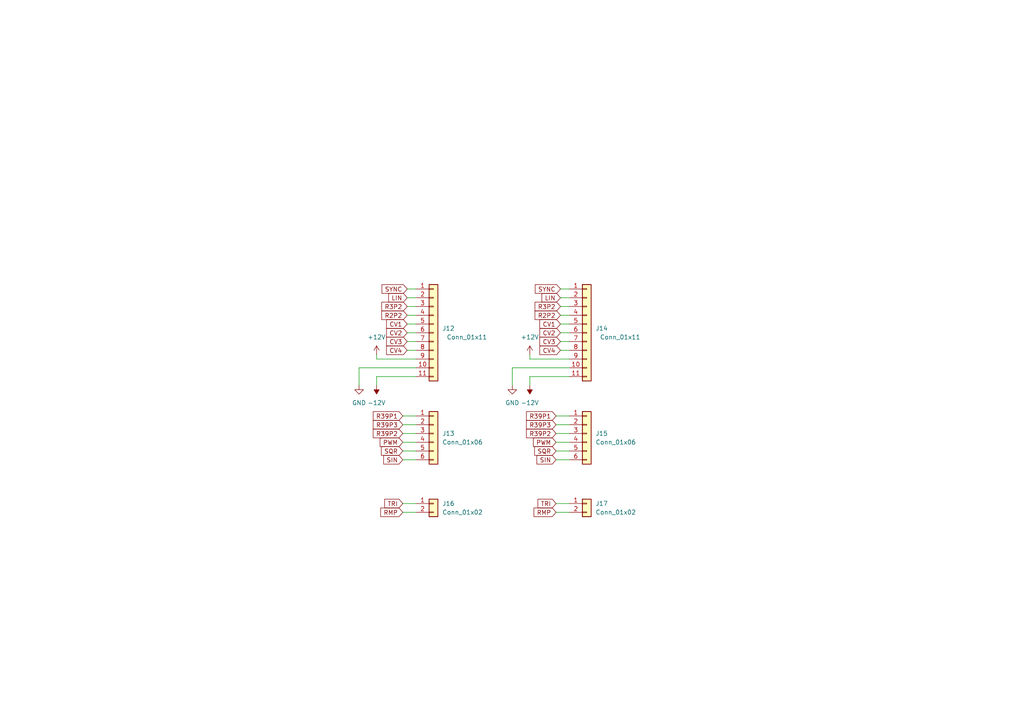
<source format=kicad_sch>
(kicad_sch (version 20230121) (generator eeschema)
  (paper "A4")
  (lib_symbols
    (symbol "Connector_Generic:Conn_01x02" (pin_names (offset 1.016) hide)
      (property "Reference" "J" (at 0 2.54 0))
      (property "Value" "Conn_01x02" (at 0 -5.08 0))
      (symbol "Conn_01x02_1_1"
        (rectangle (start -1.27 -2.413) (end 0 -2.667) (stroke (width 0.1524)))
        (rectangle (start -1.27 0.127) (end 0 -0.127) (stroke (width 0.1524)))
        (rectangle (start -1.27 1.27) (end 1.27 -3.81) (stroke (width 0.254)) (fill (type background)))
        (pin passive line (at -5.08 0 0) (length 3.81) (name "Pin_1") (number "1"))
        (pin passive line (at -5.08 -2.54 0) (length 3.81) (name "Pin_2") (number "2"))
      )
    )
    (symbol "Connector_Generic:Conn_01x06" (pin_names (offset 1.016) hide)
      (property "Reference" "J" (at 0 7.62 0))
      (property "Value" "Conn_01x06" (at 0 -10.16 0))
      (symbol "Conn_01x06_1_1"
        (rectangle (start -1.27 -7.493) (end 0 -7.747) (stroke (width 0.1524)))
        (rectangle (start -1.27 -4.953) (end 0 -5.207) (stroke (width 0.1524)))
        (rectangle (start -1.27 -2.413) (end 0 -2.667) (stroke (width 0.1524)))
        (rectangle (start -1.27 0.127) (end 0 -0.127) (stroke (width 0.1524)))
        (rectangle (start -1.27 2.667) (end 0 2.413) (stroke (width 0.1524)))
        (rectangle (start -1.27 5.207) (end 0 4.953) (stroke (width 0.1524)))
        (rectangle (start -1.27 6.35) (end 1.27 -8.89) (stroke (width 0.254)) (fill (type background)))
        (pin passive line (at -5.08 5.08 0) (length 3.81) (name "Pin_1") (number "1"))
        (pin passive line (at -5.08 2.54 0) (length 3.81) (name "Pin_2") (number "2"))
        (pin passive line (at -5.08 0 0) (length 3.81) (name "Pin_3") (number "3"))
        (pin passive line (at -5.08 -2.54 0) (length 3.81) (name "Pin_4") (number "4"))
        (pin passive line (at -5.08 -5.08 0) (length 3.81) (name "Pin_5") (number "5"))
        (pin passive line (at -5.08 -7.62 0) (length 3.81) (name "Pin_6") (number "6"))
      )
    )
    (symbol "Connector_Generic:Conn_01x11" (pin_names (offset 1.016) hide)
      (property "Reference" "J" (at 0 15.24 0))
      (property "Value" "Conn_01x11" (at 0 -15.24 0))
      (symbol "Conn_01x11_1_1"
        (rectangle (start -1.27 -12.573) (end 0 -12.827) (stroke (width 0.1524)))
        (rectangle (start -1.27 -10.033) (end 0 -10.287) (stroke (width 0.1524)))
        (rectangle (start -1.27 -7.493) (end 0 -7.747) (stroke (width 0.1524)))
        (rectangle (start -1.27 -4.953) (end 0 -5.207) (stroke (width 0.1524)))
        (rectangle (start -1.27 -2.413) (end 0 -2.667) (stroke (width 0.1524)))
        (rectangle (start -1.27 0.127) (end 0 -0.127) (stroke (width 0.1524)))
        (rectangle (start -1.27 2.667) (end 0 2.413) (stroke (width 0.1524)))
        (rectangle (start -1.27 5.207) (end 0 4.953) (stroke (width 0.1524)))
        (rectangle (start -1.27 7.747) (end 0 7.493) (stroke (width 0.1524)))
        (rectangle (start -1.27 10.287) (end 0 10.033) (stroke (width 0.1524)))
        (rectangle (start -1.27 12.827) (end 0 12.573) (stroke (width 0.1524)))
        (rectangle (start -1.27 13.97) (end 1.27 -13.97) (stroke (width 0.254)) (fill (type background)))
        (pin passive line (at -5.08 12.7 0) (length 3.81) (name "Pin_1") (number "1"))
        (pin passive line (at -5.08 -10.16 0) (length 3.81) (name "Pin_10") (number "10"))
        (pin passive line (at -5.08 -12.7 0) (length 3.81) (name "Pin_11") (number "11"))
        (pin passive line (at -5.08 10.16 0) (length 3.81) (name "Pin_2") (number "2"))
        (pin passive line (at -5.08 7.62 0) (length 3.81) (name "Pin_3") (number "3"))
        (pin passive line (at -5.08 5.08 0) (length 3.81) (name "Pin_4") (number "4"))
        (pin passive line (at -5.08 2.54 0) (length 3.81) (name "Pin_5") (number "5"))
        (pin passive line (at -5.08 0 0) (length 3.81) (name "Pin_6") (number "6"))
        (pin passive line (at -5.08 -2.54 0) (length 3.81) (name "Pin_7") (number "7"))
        (pin passive line (at -5.08 -5.08 0) (length 3.81) (name "Pin_8") (number "8"))
        (pin passive line (at -5.08 -7.62 0) (length 3.81) (name "Pin_9") (number "9"))
      )
    )
    (symbol "power:+12V" (power) (pin_names (offset 0))
      (property "Value" "+12V" (at 0 3.556 0))
      (symbol "+12V_0_1"
        (polyline (pts (xy -0.762 1.27) (xy 0 2.54)))
        (polyline (pts (xy 0 0) (xy 0 2.54)))
        (polyline (pts (xy 0 2.54) (xy 0.762 1.27)))
      )
      (symbol "+12V_1_1"
        (pin power_in line (at 0 0 90) (length 0) hide (name "+12V") (number "1"))
      )
    )
    (symbol "power:-12V" (power) (pin_names (offset 0))
      (property "Value" "-12V" (at 0 3.81 0))
      (symbol "-12V_0_0"
        (pin power_in line (at 0 0 90) (length 0) hide (name "-12V") (number "1"))
      )
      (symbol "-12V_0_1"
        (polyline (pts (xy 0 0) (xy 0 1.27) (xy 0.762 1.27) (xy 0 2.54) (xy -0.762 1.27) (xy 0 1.27)) (fill (type outline)))
      )
    )
    (symbol "power:GND" (power) (pin_names (offset 0))
      (property "Value" "GND" (at 0 -3.81 0))
      (symbol "GND_0_1"
        (polyline (pts (xy 0 0) (xy 0 -1.27) (xy 1.27 -1.27) (xy 0 -2.54) (xy -1.27 -1.27) (xy 0 -1.27)))
      )
      (symbol "GND_1_1"
        (pin power_in line (at 0 0 270) (length 0) hide (name "GND") (number "1"))
      )
    )
  )
  (wire (pts (xy 162.56 91.44) (xy 165.1 91.44)))
  (wire (pts (xy 148.59 106.68) (xy 148.59 111.76)))
  (wire (pts (xy 165.1 128.27) (xy 161.29 128.27)))
  (wire (pts (xy 162.56 101.6) (xy 165.1 101.6)))
  (wire (pts (xy 162.56 88.9) (xy 165.1 88.9)))
  (wire (pts (xy 118.11 83.82) (xy 120.65 83.82)))
  (wire (pts (xy 165.1 123.19) (xy 161.29 123.19)))
  (wire (pts (xy 118.11 88.9) (xy 120.65 88.9)))
  (wire (pts (xy 161.29 148.59) (xy 165.1 148.59)))
  (wire (pts (xy 120.65 130.81) (xy 116.84 130.81)))
  (wire (pts (xy 120.65 128.27) (xy 116.84 128.27)))
  (wire (pts (xy 118.11 96.52) (xy 120.65 96.52)))
  (wire (pts (xy 116.84 148.59) (xy 120.65 148.59)))
  (wire (pts (xy 162.56 96.52) (xy 165.1 96.52)))
  (wire (pts (xy 118.11 101.6) (xy 120.65 101.6)))
  (wire (pts (xy 109.22 111.76) (xy 109.22 109.22)))
  (wire (pts (xy 162.56 93.98) (xy 165.1 93.98)))
  (wire (pts (xy 162.56 83.82) (xy 165.1 83.82)))
  (wire (pts (xy 109.22 102.87) (xy 109.22 104.14)))
  (wire (pts (xy 165.1 120.65) (xy 161.29 120.65)))
  (wire (pts (xy 153.67 111.76) (xy 153.67 109.22)))
  (wire (pts (xy 120.65 120.65) (xy 116.84 120.65)))
  (wire (pts (xy 162.56 99.06) (xy 165.1 99.06)))
  (wire (pts (xy 153.67 109.22) (xy 165.1 109.22)))
  (wire (pts (xy 165.1 130.81) (xy 161.29 130.81)))
  (wire (pts (xy 118.11 99.06) (xy 120.65 99.06)))
  (wire (pts (xy 120.65 133.35) (xy 116.84 133.35)))
  (wire (pts (xy 118.11 86.36) (xy 120.65 86.36)))
  (wire (pts (xy 153.67 102.87) (xy 153.67 104.14)))
  (wire (pts (xy 118.11 91.44) (xy 120.65 91.44)))
  (wire (pts (xy 153.67 104.14) (xy 165.1 104.14)))
  (wire (pts (xy 120.65 125.73) (xy 116.84 125.73)))
  (wire (pts (xy 109.22 104.14) (xy 120.65 104.14)))
  (wire (pts (xy 162.56 86.36) (xy 165.1 86.36)))
  (wire (pts (xy 165.1 133.35) (xy 161.29 133.35)))
  (wire (pts (xy 120.65 106.68) (xy 104.14 106.68)))
  (wire (pts (xy 104.14 106.68) (xy 104.14 111.76)))
  (wire (pts (xy 109.22 109.22) (xy 120.65 109.22)))
  (wire (pts (xy 161.29 146.05) (xy 165.1 146.05)))
  (wire (pts (xy 165.1 125.73) (xy 161.29 125.73)))
  (wire (pts (xy 116.84 146.05) (xy 120.65 146.05)))
  (wire (pts (xy 120.65 123.19) (xy 116.84 123.19)))
  (wire (pts (xy 165.1 106.68) (xy 148.59 106.68)))
  (wire (pts (xy 118.11 93.98) (xy 120.65 93.98)))
  (global_label "R39P2" (shape input) (at 161.29 125.73 180) (property "Intersheetrefs" "${INTERSHEET_REFS}" (effects hide)))
  (global_label "SIN" (shape input) (at 116.84 133.35 180) (property "Intersheetrefs" "${INTERSHEET_REFS}" (effects hide)))
  (global_label "R3P2" (shape input) (at 118.11 88.9 180) (property "Intersheetrefs" "${INTERSHEET_REFS}" (effects hide)))
  (global_label "R2P2" (shape input) (at 118.11 91.44 180) (property "Intersheetrefs" "${INTERSHEET_REFS}" (effects hide)))
  (global_label "RMP" (shape input) (at 116.84 148.59 180) (property "Intersheetrefs" "${INTERSHEET_REFS}" (effects hide)))
  (global_label "CV2" (shape input) (at 162.56 96.52 180) (property "Intersheetrefs" "${INTERSHEET_REFS}" (effects hide)))
  (global_label "PWM" (shape input) (at 116.84 128.27 180) (property "Intersheetrefs" "${INTERSHEET_REFS}" (effects hide)))
  (global_label "R39P1" (shape input) (at 161.29 120.65 180) (property "Intersheetrefs" "${INTERSHEET_REFS}" (effects hide)))
  (global_label "R39P3" (shape input) (at 116.84 123.19 180) (property "Intersheetrefs" "${INTERSHEET_REFS}" (effects hide)))
  (global_label "CV4" (shape input) (at 162.56 101.6 180) (property "Intersheetrefs" "${INTERSHEET_REFS}" (effects hide)))
  (global_label "SIN" (shape input) (at 161.29 133.35 180) (property "Intersheetrefs" "${INTERSHEET_REFS}" (effects hide)))
  (global_label "SYNC" (shape input) (at 118.11 83.82 180) (property "Intersheetrefs" "${INTERSHEET_REFS}" (effects hide)))
  (global_label "TRI" (shape input) (at 161.29 146.05 180) (property "Intersheetrefs" "${INTERSHEET_REFS}" (effects hide)))
  (global_label "CV1" (shape input) (at 162.56 93.98 180) (property "Intersheetrefs" "${INTERSHEET_REFS}" (effects hide)))
  (global_label "R39P2" (shape input) (at 116.84 125.73 180) (property "Intersheetrefs" "${INTERSHEET_REFS}" (effects hide)))
  (global_label "R39P1" (shape input) (at 116.84 120.65 180) (property "Intersheetrefs" "${INTERSHEET_REFS}" (effects hide)))
  (global_label "R2P2" (shape input) (at 162.56 91.44 180) (property "Intersheetrefs" "${INTERSHEET_REFS}" (effects hide)))
  (global_label "R39P3" (shape input) (at 161.29 123.19 180) (property "Intersheetrefs" "${INTERSHEET_REFS}" (effects hide)))
  (global_label "LIN" (shape input) (at 118.11 86.36 180) (property "Intersheetrefs" "${INTERSHEET_REFS}" (effects hide)))
  (global_label "CV4" (shape input) (at 118.11 101.6 180) (property "Intersheetrefs" "${INTERSHEET_REFS}" (effects hide)))
  (global_label "CV1" (shape input) (at 118.11 93.98 180) (property "Intersheetrefs" "${INTERSHEET_REFS}" (effects hide)))
  (global_label "SYNC" (shape input) (at 162.56 83.82 180) (property "Intersheetrefs" "${INTERSHEET_REFS}" (effects hide)))
  (global_label "PWM" (shape input) (at 161.29 128.27 180) (property "Intersheetrefs" "${INTERSHEET_REFS}" (effects hide)))
  (global_label "RMP" (shape input) (at 161.29 148.59 180) (property "Intersheetrefs" "${INTERSHEET_REFS}" (effects hide)))
  (global_label "TRI" (shape input) (at 116.84 146.05 180) (property "Intersheetrefs" "${INTERSHEET_REFS}" (effects hide)))
  (global_label "SQR" (shape input) (at 161.29 130.81 180) (property "Intersheetrefs" "${INTERSHEET_REFS}" (effects hide)))
  (global_label "LIN" (shape input) (at 162.56 86.36 180) (property "Intersheetrefs" "${INTERSHEET_REFS}" (effects hide)))
  (global_label "CV3" (shape input) (at 162.56 99.06 180) (property "Intersheetrefs" "${INTERSHEET_REFS}" (effects hide)))
  (global_label "SQR" (shape input) (at 116.84 130.81 180) (property "Intersheetrefs" "${INTERSHEET_REFS}" (effects hide)))
  (global_label "CV2" (shape input) (at 118.11 96.52 180) (property "Intersheetrefs" "${INTERSHEET_REFS}" (effects hide)))
  (global_label "R3P2" (shape input) (at 162.56 88.9 180) (property "Intersheetrefs" "${INTERSHEET_REFS}" (effects hide)))
  (global_label "CV3" (shape input) (at 118.11 99.06 180) (property "Intersheetrefs" "${INTERSHEET_REFS}" (effects hide)))
  (symbol (lib_id "power:GND") (at 148.59 111.76 0) (unit 1)
    (property "Reference" "#PWR056" (effects hide))
    (property "Value" "GND" (at 148.59 116.84 0))
  )
  (symbol (lib_id "power:+12V") (at 153.67 102.87 0) (unit 1)
    (property "Reference" "#PWR057" (effects hide))
    (property "Value" "+12V" (at 153.67 97.79 0))
  )
  (symbol (lib_id "power:+12V") (at 109.22 102.87 0) (unit 1)
    (property "Reference" "#PWR054" (effects hide))
    (property "Value" "+12V" (at 109.22 97.79 0))
  )
  (symbol (lib_id "power:GND") (at 104.14 111.76 0) (unit 1)
    (property "Reference" "#PWR053" (effects hide))
    (property "Value" "GND" (at 104.14 116.84 0))
  )
  (symbol (lib_id "power:-12V") (at 109.22 111.76 180) (unit 1)
    (property "Reference" "#PWR055" (effects hide))
    (property "Value" "-12V" (at 109.22 116.84 0))
  )
  (symbol (lib_id "Connector_Generic:Conn_01x06") (at 125.73 125.73 0) (unit 1)
    (property "Reference" "J13" (at 128.27 125.73 0) (effects (justify left)))
    (property "Value" "Conn_01x06" (at 128.27 128.27 0) (effects (justify left)))
    (property "Footprint" "Connector_PinHeader_2.54mm:PinHeader_1x06_P2.54mm_Vertical" (effects hide))
  )
  (symbol (lib_id "Connector_Generic:Conn_01x02") (at 125.73 146.05 0) (unit 1)
    (property "Reference" "J16" (at 128.27 146.05 0) (effects (justify left)))
    (property "Value" "Conn_01x02" (at 128.27 148.59 0) (effects (justify left)))
    (property "Footprint" "Connector_PinHeader_2.54mm:PinHeader_1x02_P2.54mm_Vertical" (effects hide))
  )
  (symbol (lib_id "Connector_Generic:Conn_01x11") (at 170.18 96.52 0) (unit 1)
    (property "Reference" "J14" (at 172.72 95.25 0) (effects (justify left)))
    (property "Value" "Conn_01x11" (at 173.99 97.79 0) (effects (justify left)))
    (property "Footprint" "Connector_PinHeader_2.54mm:PinHeader_1x11_P2.54mm_Vertical" (effects hide))
  )
  (symbol (lib_id "Connector_Generic:Conn_01x11") (at 125.73 96.52 0) (unit 1)
    (property "Reference" "J12" (at 128.27 95.25 0) (effects (justify left)))
    (property "Value" "Conn_01x11" (at 129.54 97.79 0) (effects (justify left)))
    (property "Footprint" "Connector_PinHeader_2.54mm:PinHeader_1x11_P2.54mm_Vertical" (effects hide))
  )
  (symbol (lib_id "Connector_Generic:Conn_01x02") (at 170.18 146.05 0) (unit 1)
    (property "Reference" "J17" (at 172.72 146.05 0) (effects (justify left)))
    (property "Value" "Conn_01x02" (at 172.72 148.59 0) (effects (justify left)))
    (property "Footprint" "Connector_PinHeader_2.54mm:PinHeader_1x02_P2.54mm_Vertical" (effects hide))
  )
  (symbol (lib_id "Connector_Generic:Conn_01x06") (at 170.18 125.73 0) (unit 1)
    (property "Reference" "J15" (at 172.72 125.73 0) (effects (justify left)))
    (property "Value" "Conn_01x06" (at 172.72 128.27 0) (effects (justify left)))
    (property "Footprint" "Connector_PinHeader_2.54mm:PinHeader_1x06_P2.54mm_Vertical" (effects hide))
  )
  (symbol (lib_id "power:-12V") (at 153.67 111.76 180) (unit 1)
    (property "Reference" "#PWR058" (effects hide))
    (property "Value" "-12V" (at 153.67 116.84 0))
  )
)
</source>
